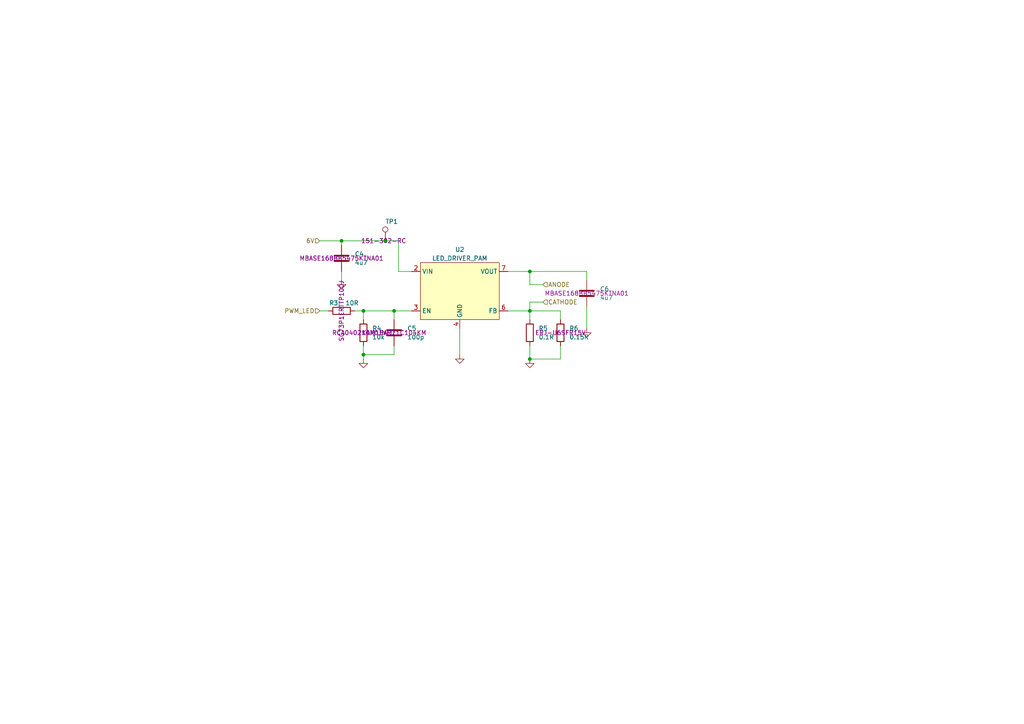
<source format=kicad_sch>
(kicad_sch
	(version 20250114)
	(generator "eeschema")
	(generator_version "9.0")
	(uuid "2cde7ccc-c2da-48dd-b40e-5e6a1b98a44c")
	(paper "A4")
	(lib_symbols
		(symbol "Connector:TestPoint"
			(pin_numbers
				(hide yes)
			)
			(pin_names
				(offset 0.762)
				(hide yes)
			)
			(exclude_from_sim no)
			(in_bom yes)
			(on_board yes)
			(property "Reference" "TP"
				(at 0 6.858 0)
				(effects
					(font
						(size 1.27 1.27)
					)
				)
			)
			(property "Value" "TestPoint"
				(at 0 5.08 0)
				(effects
					(font
						(size 1.27 1.27)
					)
				)
			)
			(property "Footprint" ""
				(at 5.08 0 0)
				(effects
					(font
						(size 1.27 1.27)
					)
					(hide yes)
				)
			)
			(property "Datasheet" "~"
				(at 5.08 0 0)
				(effects
					(font
						(size 1.27 1.27)
					)
					(hide yes)
				)
			)
			(property "Description" "test point"
				(at 0 0 0)
				(effects
					(font
						(size 1.27 1.27)
					)
					(hide yes)
				)
			)
			(property "ki_keywords" "test point tp"
				(at 0 0 0)
				(effects
					(font
						(size 1.27 1.27)
					)
					(hide yes)
				)
			)
			(property "ki_fp_filters" "Pin* Test*"
				(at 0 0 0)
				(effects
					(font
						(size 1.27 1.27)
					)
					(hide yes)
				)
			)
			(symbol "TestPoint_0_1"
				(circle
					(center 0 3.302)
					(radius 0.762)
					(stroke
						(width 0)
						(type default)
					)
					(fill
						(type none)
					)
				)
			)
			(symbol "TestPoint_1_1"
				(pin passive line
					(at 0 0 90)
					(length 2.54)
					(name "1"
						(effects
							(font
								(size 1.27 1.27)
							)
						)
					)
					(number "1"
						(effects
							(font
								(size 1.27 1.27)
							)
						)
					)
				)
			)
			(embedded_fonts no)
		)
		(symbol "Device:C"
			(pin_numbers
				(hide yes)
			)
			(pin_names
				(offset 0.254)
			)
			(exclude_from_sim no)
			(in_bom yes)
			(on_board yes)
			(property "Reference" "C"
				(at 0.635 2.54 0)
				(effects
					(font
						(size 1.27 1.27)
					)
					(justify left)
				)
			)
			(property "Value" "C"
				(at 0.635 -2.54 0)
				(effects
					(font
						(size 1.27 1.27)
					)
					(justify left)
				)
			)
			(property "Footprint" ""
				(at 0.9652 -3.81 0)
				(effects
					(font
						(size 1.27 1.27)
					)
					(hide yes)
				)
			)
			(property "Datasheet" "~"
				(at 0 0 0)
				(effects
					(font
						(size 1.27 1.27)
					)
					(hide yes)
				)
			)
			(property "Description" "Unpolarized capacitor"
				(at 0 0 0)
				(effects
					(font
						(size 1.27 1.27)
					)
					(hide yes)
				)
			)
			(property "ki_keywords" "cap capacitor"
				(at 0 0 0)
				(effects
					(font
						(size 1.27 1.27)
					)
					(hide yes)
				)
			)
			(property "ki_fp_filters" "C_*"
				(at 0 0 0)
				(effects
					(font
						(size 1.27 1.27)
					)
					(hide yes)
				)
			)
			(symbol "C_0_1"
				(polyline
					(pts
						(xy -2.032 0.762) (xy 2.032 0.762)
					)
					(stroke
						(width 0.508)
						(type default)
					)
					(fill
						(type none)
					)
				)
				(polyline
					(pts
						(xy -2.032 -0.762) (xy 2.032 -0.762)
					)
					(stroke
						(width 0.508)
						(type default)
					)
					(fill
						(type none)
					)
				)
			)
			(symbol "C_1_1"
				(pin passive line
					(at 0 3.81 270)
					(length 2.794)
					(name "~"
						(effects
							(font
								(size 1.27 1.27)
							)
						)
					)
					(number "1"
						(effects
							(font
								(size 1.27 1.27)
							)
						)
					)
				)
				(pin passive line
					(at 0 -3.81 90)
					(length 2.794)
					(name "~"
						(effects
							(font
								(size 1.27 1.27)
							)
						)
					)
					(number "2"
						(effects
							(font
								(size 1.27 1.27)
							)
						)
					)
				)
			)
			(embedded_fonts no)
		)
		(symbol "Device:R"
			(pin_numbers
				(hide yes)
			)
			(pin_names
				(offset 0)
			)
			(exclude_from_sim no)
			(in_bom yes)
			(on_board yes)
			(property "Reference" "R"
				(at 2.032 0 90)
				(effects
					(font
						(size 1.27 1.27)
					)
				)
			)
			(property "Value" "R"
				(at 0 0 90)
				(effects
					(font
						(size 1.27 1.27)
					)
				)
			)
			(property "Footprint" ""
				(at -1.778 0 90)
				(effects
					(font
						(size 1.27 1.27)
					)
					(hide yes)
				)
			)
			(property "Datasheet" "~"
				(at 0 0 0)
				(effects
					(font
						(size 1.27 1.27)
					)
					(hide yes)
				)
			)
			(property "Description" "Resistor"
				(at 0 0 0)
				(effects
					(font
						(size 1.27 1.27)
					)
					(hide yes)
				)
			)
			(property "ki_keywords" "R res resistor"
				(at 0 0 0)
				(effects
					(font
						(size 1.27 1.27)
					)
					(hide yes)
				)
			)
			(property "ki_fp_filters" "R_*"
				(at 0 0 0)
				(effects
					(font
						(size 1.27 1.27)
					)
					(hide yes)
				)
			)
			(symbol "R_0_1"
				(rectangle
					(start -1.016 -2.54)
					(end 1.016 2.54)
					(stroke
						(width 0.254)
						(type default)
					)
					(fill
						(type none)
					)
				)
			)
			(symbol "R_1_1"
				(pin passive line
					(at 0 3.81 270)
					(length 1.27)
					(name "~"
						(effects
							(font
								(size 1.27 1.27)
							)
						)
					)
					(number "1"
						(effects
							(font
								(size 1.27 1.27)
							)
						)
					)
				)
				(pin passive line
					(at 0 -3.81 90)
					(length 1.27)
					(name "~"
						(effects
							(font
								(size 1.27 1.27)
							)
						)
					)
					(number "2"
						(effects
							(font
								(size 1.27 1.27)
							)
						)
					)
				)
			)
			(embedded_fonts no)
		)
		(symbol "Smart_helmet:LED_Driver"
			(exclude_from_sim no)
			(in_bom yes)
			(on_board yes)
			(property "Reference" "U"
				(at 9.398 10.668 0)
				(effects
					(font
						(size 1.27 1.27)
					)
				)
			)
			(property "Value" ""
				(at 0 0 0)
				(effects
					(font
						(size 1.27 1.27)
					)
				)
			)
			(property "Footprint" ""
				(at 0 0 0)
				(effects
					(font
						(size 1.27 1.27)
					)
					(hide yes)
				)
			)
			(property "Datasheet" ""
				(at 0 0 0)
				(effects
					(font
						(size 1.27 1.27)
					)
					(hide yes)
				)
			)
			(property "Description" ""
				(at 0 0 0)
				(effects
					(font
						(size 1.27 1.27)
					)
					(hide yes)
				)
			)
			(symbol "LED_Driver_1_1"
				(rectangle
					(start -11.43 8.89)
					(end 11.43 -7.62)
					(stroke
						(width 0)
						(type default)
					)
					(fill
						(type background)
					)
				)
				(pin input line
					(at -13.97 6.35 0)
					(length 2.54)
					(name "VIN"
						(effects
							(font
								(size 1.27 1.27)
							)
						)
					)
					(number "2"
						(effects
							(font
								(size 1.27 1.27)
							)
						)
					)
				)
				(pin input line
					(at -13.97 -5.08 0)
					(length 2.54)
					(name "EN"
						(effects
							(font
								(size 1.27 1.27)
							)
						)
					)
					(number "3"
						(effects
							(font
								(size 1.27 1.27)
							)
						)
					)
				)
				(pin input line
					(at 0 -10.16 90)
					(length 2.54)
					(name "GND"
						(effects
							(font
								(size 1.27 1.27)
							)
						)
					)
					(number "4"
						(effects
							(font
								(size 1.27 1.27)
							)
						)
					)
				)
				(pin input line
					(at 13.97 6.35 180)
					(length 2.54)
					(name "VOUT"
						(effects
							(font
								(size 1.27 1.27)
							)
						)
					)
					(number "7"
						(effects
							(font
								(size 1.27 1.27)
							)
						)
					)
				)
				(pin input line
					(at 13.97 -5.08 180)
					(length 2.54)
					(name "FB"
						(effects
							(font
								(size 1.27 1.27)
							)
						)
					)
					(number "6"
						(effects
							(font
								(size 1.27 1.27)
							)
						)
					)
				)
			)
			(embedded_fonts no)
		)
		(symbol "power:GND"
			(power)
			(pin_numbers
				(hide yes)
			)
			(pin_names
				(offset 0)
				(hide yes)
			)
			(exclude_from_sim no)
			(in_bom yes)
			(on_board yes)
			(property "Reference" "#PWR"
				(at 0 -6.35 0)
				(effects
					(font
						(size 1.27 1.27)
					)
					(hide yes)
				)
			)
			(property "Value" "GND"
				(at 0 -3.81 0)
				(effects
					(font
						(size 1.27 1.27)
					)
				)
			)
			(property "Footprint" ""
				(at 0 0 0)
				(effects
					(font
						(size 1.27 1.27)
					)
					(hide yes)
				)
			)
			(property "Datasheet" ""
				(at 0 0 0)
				(effects
					(font
						(size 1.27 1.27)
					)
					(hide yes)
				)
			)
			(property "Description" "Power symbol creates a global label with name \"GND\" , ground"
				(at 0 0 0)
				(effects
					(font
						(size 1.27 1.27)
					)
					(hide yes)
				)
			)
			(property "ki_keywords" "global power"
				(at 0 0 0)
				(effects
					(font
						(size 1.27 1.27)
					)
					(hide yes)
				)
			)
			(symbol "GND_0_1"
				(polyline
					(pts
						(xy 0 0) (xy 0 -1.27) (xy 1.27 -1.27) (xy 0 -2.54) (xy -1.27 -1.27) (xy 0 -1.27)
					)
					(stroke
						(width 0)
						(type default)
					)
					(fill
						(type none)
					)
				)
			)
			(symbol "GND_1_1"
				(pin power_in line
					(at 0 0 270)
					(length 0)
					(name "~"
						(effects
							(font
								(size 1.27 1.27)
							)
						)
					)
					(number "1"
						(effects
							(font
								(size 1.27 1.27)
							)
						)
					)
				)
			)
			(embedded_fonts no)
		)
	)
	(junction
		(at 153.67 104.14)
		(diameter 0)
		(color 0 0 0 0)
		(uuid "3bfef2ce-a950-409e-baf7-de96bec4a394")
	)
	(junction
		(at 114.3 90.17)
		(diameter 0)
		(color 0 0 0 0)
		(uuid "6807825f-3f1f-4852-9d85-e1ca3f4f6ab6")
	)
	(junction
		(at 153.67 78.74)
		(diameter 0)
		(color 0 0 0 0)
		(uuid "84e6cf54-395e-4664-afdc-9d9281ade622")
	)
	(junction
		(at 105.41 102.87)
		(diameter 0)
		(color 0 0 0 0)
		(uuid "99a95bcd-ad44-46ea-851e-4caaa242a76e")
	)
	(junction
		(at 99.06 69.85)
		(diameter 0)
		(color 0 0 0 0)
		(uuid "a01d723e-2d31-4160-ad83-8d03596fd9a2")
	)
	(junction
		(at 105.41 90.17)
		(diameter 0)
		(color 0 0 0 0)
		(uuid "c1e552f0-6267-46a5-aad5-bc6fc6786cd2")
	)
	(junction
		(at 153.67 90.17)
		(diameter 0)
		(color 0 0 0 0)
		(uuid "c21845c8-552d-49bc-852f-7bfb5e7ad821")
	)
	(junction
		(at 111.76 69.85)
		(diameter 0)
		(color 0 0 0 0)
		(uuid "d6a10f6b-72b7-4c77-bec4-cfacf9bd8128")
	)
	(wire
		(pts
			(xy 162.56 92.71) (xy 162.56 90.17)
		)
		(stroke
			(width 0)
			(type default)
		)
		(uuid "02652865-e979-450f-ad53-a489eccc83ff")
	)
	(wire
		(pts
			(xy 153.67 87.63) (xy 157.48 87.63)
		)
		(stroke
			(width 0)
			(type default)
		)
		(uuid "042b5430-bfe6-404c-b81f-2a481e6b5dc8")
	)
	(wire
		(pts
			(xy 157.48 82.55) (xy 153.67 82.55)
		)
		(stroke
			(width 0)
			(type default)
		)
		(uuid "08082a63-e331-48f3-9656-65cc5e92b2bc")
	)
	(wire
		(pts
			(xy 114.3 100.33) (xy 114.3 102.87)
		)
		(stroke
			(width 0)
			(type default)
		)
		(uuid "0c416736-2a38-475f-abdc-68973fe50e14")
	)
	(wire
		(pts
			(xy 153.67 78.74) (xy 147.32 78.74)
		)
		(stroke
			(width 0)
			(type default)
		)
		(uuid "0e648cf2-5b17-4c85-a04a-5b907f9c2dac")
	)
	(wire
		(pts
			(xy 162.56 100.33) (xy 162.56 104.14)
		)
		(stroke
			(width 0)
			(type default)
		)
		(uuid "0efc3ce3-404e-4518-bbbd-dec2969b13ed")
	)
	(wire
		(pts
			(xy 105.41 90.17) (xy 105.41 92.71)
		)
		(stroke
			(width 0)
			(type default)
		)
		(uuid "16da6ab7-8d13-4e92-96c4-107d56304416")
	)
	(wire
		(pts
			(xy 153.67 78.74) (xy 153.67 82.55)
		)
		(stroke
			(width 0)
			(type default)
		)
		(uuid "1973156a-9c72-4872-889f-a8ce1e5c9e3d")
	)
	(wire
		(pts
			(xy 105.41 102.87) (xy 105.41 104.14)
		)
		(stroke
			(width 0)
			(type default)
		)
		(uuid "1ee9a1a7-b7c9-4dd7-bfd4-377a338aa446")
	)
	(wire
		(pts
			(xy 99.06 78.74) (xy 99.06 81.28)
		)
		(stroke
			(width 0)
			(type default)
		)
		(uuid "23d28be9-df95-42e2-9f7d-384f19428924")
	)
	(wire
		(pts
			(xy 170.18 88.9) (xy 170.18 95.25)
		)
		(stroke
			(width 0)
			(type default)
		)
		(uuid "27ba8dc1-8a67-4fa8-a76d-c5a143e7f4a0")
	)
	(wire
		(pts
			(xy 102.87 90.17) (xy 105.41 90.17)
		)
		(stroke
			(width 0)
			(type default)
		)
		(uuid "2d77d0e0-69c3-4de5-89b9-49e07acc3da4")
	)
	(wire
		(pts
			(xy 92.71 69.85) (xy 99.06 69.85)
		)
		(stroke
			(width 0)
			(type default)
		)
		(uuid "2e629308-7e93-4be5-9ccf-5301678d0bb6")
	)
	(wire
		(pts
			(xy 99.06 69.85) (xy 99.06 71.12)
		)
		(stroke
			(width 0)
			(type default)
		)
		(uuid "2ed7542a-8540-469e-a0af-f2ccc02da2d7")
	)
	(wire
		(pts
			(xy 119.38 78.74) (xy 115.57 78.74)
		)
		(stroke
			(width 0)
			(type default)
		)
		(uuid "414fbb2a-f391-4759-86f6-371d7def3858")
	)
	(wire
		(pts
			(xy 153.67 87.63) (xy 153.67 90.17)
		)
		(stroke
			(width 0)
			(type default)
		)
		(uuid "4518780b-ef7a-4835-8d8c-551dea68ca4c")
	)
	(wire
		(pts
			(xy 114.3 102.87) (xy 105.41 102.87)
		)
		(stroke
			(width 0)
			(type default)
		)
		(uuid "5b9f165c-438e-4712-a066-1ab4b5e44b37")
	)
	(wire
		(pts
			(xy 111.76 69.85) (xy 99.06 69.85)
		)
		(stroke
			(width 0)
			(type default)
		)
		(uuid "5c1b0ab3-9231-4392-8119-8691f8a9616a")
	)
	(wire
		(pts
			(xy 105.41 100.33) (xy 105.41 102.87)
		)
		(stroke
			(width 0)
			(type default)
		)
		(uuid "5c53e37e-9d77-44d1-b130-ab596517e885")
	)
	(wire
		(pts
			(xy 162.56 104.14) (xy 153.67 104.14)
		)
		(stroke
			(width 0)
			(type default)
		)
		(uuid "5f748969-533d-43ad-b089-ee144b231745")
	)
	(wire
		(pts
			(xy 92.71 90.17) (xy 95.25 90.17)
		)
		(stroke
			(width 0)
			(type default)
		)
		(uuid "73a4e3ad-c0c0-4b17-990e-6aeeba19e769")
	)
	(wire
		(pts
			(xy 153.67 90.17) (xy 153.67 92.71)
		)
		(stroke
			(width 0)
			(type default)
		)
		(uuid "77e9cba9-b3c2-46fe-9f15-52e93f6ea609")
	)
	(wire
		(pts
			(xy 115.57 69.85) (xy 111.76 69.85)
		)
		(stroke
			(width 0)
			(type default)
		)
		(uuid "7f785fd8-5b2c-4eb2-a926-edb50a849782")
	)
	(wire
		(pts
			(xy 105.41 90.17) (xy 114.3 90.17)
		)
		(stroke
			(width 0)
			(type default)
		)
		(uuid "827c4060-2bb7-44d9-be5f-b0d711d1fd5b")
	)
	(wire
		(pts
			(xy 133.35 95.25) (xy 133.35 102.87)
		)
		(stroke
			(width 0)
			(type default)
		)
		(uuid "84bfb79a-5fcb-433d-8348-cc6cfc8ea9e5")
	)
	(wire
		(pts
			(xy 147.32 90.17) (xy 153.67 90.17)
		)
		(stroke
			(width 0)
			(type default)
		)
		(uuid "9064197c-c26a-48b5-9140-278829e83303")
	)
	(wire
		(pts
			(xy 170.18 81.28) (xy 170.18 78.74)
		)
		(stroke
			(width 0)
			(type default)
		)
		(uuid "ab49f8e6-86fb-4a5c-914d-8b55cdb5b715")
	)
	(wire
		(pts
			(xy 114.3 90.17) (xy 119.38 90.17)
		)
		(stroke
			(width 0)
			(type default)
		)
		(uuid "c2d67eb5-5fb5-41a7-8d5e-75eb5787beed")
	)
	(wire
		(pts
			(xy 153.67 78.74) (xy 170.18 78.74)
		)
		(stroke
			(width 0)
			(type default)
		)
		(uuid "c713544d-c529-4f89-8df6-c7b1f29acfce")
	)
	(wire
		(pts
			(xy 114.3 92.71) (xy 114.3 90.17)
		)
		(stroke
			(width 0)
			(type default)
		)
		(uuid "dc2dbb9a-091e-4e05-b25a-64a64a991d48")
	)
	(wire
		(pts
			(xy 153.67 100.33) (xy 153.67 104.14)
		)
		(stroke
			(width 0)
			(type default)
		)
		(uuid "e54a4135-cffe-494e-a7a6-c2e5e0c00b05")
	)
	(wire
		(pts
			(xy 115.57 78.74) (xy 115.57 69.85)
		)
		(stroke
			(width 0)
			(type default)
		)
		(uuid "e7aab6b4-1e6b-4523-9915-c867762e2271")
	)
	(wire
		(pts
			(xy 162.56 90.17) (xy 153.67 90.17)
		)
		(stroke
			(width 0)
			(type default)
		)
		(uuid "fdc47ae8-5bbb-4157-888e-3396c4f4808c")
	)
	(hierarchical_label "ANODE"
		(shape input)
		(at 157.48 82.55 0)
		(effects
			(font
				(size 1.27 1.27)
			)
			(justify left)
		)
		(uuid "178d4042-4f6a-47e6-8d67-9c2f9d1c8152")
	)
	(hierarchical_label "PWM_LED"
		(shape input)
		(at 92.71 90.17 180)
		(effects
			(font
				(size 1.27 1.27)
			)
			(justify right)
		)
		(uuid "392f6b16-9b97-41a0-a4a2-e16a8ceadf38")
	)
	(hierarchical_label "6V"
		(shape input)
		(at 92.71 69.85 180)
		(effects
			(font
				(size 1.27 1.27)
			)
			(justify right)
		)
		(uuid "81d74e93-e015-40d5-b236-02dc682388b3")
	)
	(hierarchical_label "CATHODE"
		(shape input)
		(at 157.48 87.63 0)
		(effects
			(font
				(size 1.27 1.27)
			)
			(justify left)
		)
		(uuid "cc4272aa-0d29-4108-a3e7-923ddb8d1267")
	)
	(symbol
		(lib_id "Device:R")
		(at 162.56 96.52 0)
		(unit 1)
		(exclude_from_sim no)
		(in_bom yes)
		(on_board yes)
		(dnp no)
		(fields_autoplaced yes)
		(uuid "0fb8b6c1-196a-44a1-b210-66811249cb60")
		(property "Reference" "R6"
			(at 165.1 95.2499 0)
			(effects
				(font
					(size 1.27 1.27)
				)
				(justify left)
			)
		)
		(property "Value" "0.15R"
			(at 165.1 97.7899 0)
			(effects
				(font
					(size 1.27 1.27)
				)
				(justify left)
			)
		)
		(property "Footprint" "Resistor_SMD:R_0805_2012Metric_Pad1.20x1.40mm_HandSolder"
			(at 160.782 96.52 90)
			(effects
				(font
					(size 1.27 1.27)
				)
				(hide yes)
			)
		)
		(property "Datasheet" "https://eu.mouser.com/ProductDetail/Royalohm/0402WGF150LTCE?qs=e8oIoAS2J1R58ZMQ9%252BsZaA%3D%3D"
			(at 162.56 96.52 0)
			(effects
				(font
					(size 1.27 1.27)
				)
				(hide yes)
			)
		)
		(property "Description" "Resistor"
			(at 162.56 96.52 0)
			(effects
				(font
					(size 1.27 1.27)
				)
				(hide yes)
			)
		)
		(property "Manufacturer_Part_Number" "ERJ-U6SFR15V"
			(at 162.56 96.52 0)
			(effects
				(font
					(size 1.27 1.27)
				)
			)
		)
		(pin "1"
			(uuid "65a1bb0c-aa29-47f7-b5a0-c4309e6847b2")
		)
		(pin "2"
			(uuid "5d5c8a8d-b646-44e6-a2a8-c1e780ab05d3")
		)
		(instances
			(project "pcb_front"
				(path "/7f96c659-7623-4641-9656-bc143c7b2776/58fe796e-3eea-4594-b207-ad89cb63050b"
					(reference "R6")
					(unit 1)
				)
			)
		)
	)
	(symbol
		(lib_id "Device:R")
		(at 105.41 96.52 0)
		(unit 1)
		(exclude_from_sim no)
		(in_bom yes)
		(on_board yes)
		(dnp no)
		(fields_autoplaced yes)
		(uuid "29cba98a-71b1-47b2-bfd8-4943a81a1e9c")
		(property "Reference" "R4"
			(at 107.95 95.2499 0)
			(effects
				(font
					(size 1.27 1.27)
				)
				(justify left)
			)
		)
		(property "Value" "10k"
			(at 107.95 97.7899 0)
			(effects
				(font
					(size 1.27 1.27)
				)
				(justify left)
			)
		)
		(property "Footprint" "Resistor_SMD:R_0402_1005Metric_Pad0.72x0.64mm_HandSolder"
			(at 103.632 96.52 90)
			(effects
				(font
					(size 1.27 1.27)
				)
				(hide yes)
			)
		)
		(property "Datasheet" "https://eu.mouser.com/ProductDetail/Vishay-Draloric/RCA040210K0JNED?qs=sGAEpiMZZMvdGkrng054t3u7mv9ahJp4lh3uFurN0Nk%3D"
			(at 105.41 96.52 0)
			(effects
				(font
					(size 1.27 1.27)
				)
				(hide yes)
			)
		)
		(property "Description" "Resistor"
			(at 105.41 96.52 0)
			(effects
				(font
					(size 1.27 1.27)
				)
				(hide yes)
			)
		)
		(property "Manufacturer_Part_Number" "RCA040210K0JNED"
			(at 105.41 96.52 0)
			(effects
				(font
					(size 1.27 1.27)
				)
			)
		)
		(pin "1"
			(uuid "4337f958-55a3-4847-85a7-4653285f9aa7")
		)
		(pin "2"
			(uuid "11797bc8-36b8-4324-afa7-f36253b8c2e8")
		)
		(instances
			(project "Smart_helmet_BUIFER"
				(path "/7f96c659-7623-4641-9656-bc143c7b2776/58fe796e-3eea-4594-b207-ad89cb63050b"
					(reference "R4")
					(unit 1)
				)
			)
			(project "Smart_helmet_BUIFER"
				(path "/e950c836-2ece-4891-a061-955f7c5826a5/4c869077-c3e9-4198-8f88-ae4084fbefe9"
					(reference "R?")
					(unit 1)
				)
			)
		)
	)
	(symbol
		(lib_id "power:GND")
		(at 99.06 81.28 0)
		(unit 1)
		(exclude_from_sim no)
		(in_bom yes)
		(on_board yes)
		(dnp no)
		(fields_autoplaced yes)
		(uuid "58ac062a-901c-4a76-a9b4-24f5af01cb48")
		(property "Reference" "#PWR05"
			(at 99.06 87.63 0)
			(effects
				(font
					(size 1.27 1.27)
				)
				(hide yes)
			)
		)
		(property "Value" "GND"
			(at 99.06 86.36 0)
			(effects
				(font
					(size 1.27 1.27)
				)
				(hide yes)
			)
		)
		(property "Footprint" ""
			(at 99.06 81.28 0)
			(effects
				(font
					(size 1.27 1.27)
				)
				(hide yes)
			)
		)
		(property "Datasheet" ""
			(at 99.06 81.28 0)
			(effects
				(font
					(size 1.27 1.27)
				)
				(hide yes)
			)
		)
		(property "Description" "Power symbol creates a global label with name \"GND\" , ground"
			(at 99.06 81.28 0)
			(effects
				(font
					(size 1.27 1.27)
				)
				(hide yes)
			)
		)
		(pin "1"
			(uuid "204c4a62-30b2-458c-8ed7-a2222cdf2b98")
		)
		(instances
			(project "Smart_helmet_BUIFER"
				(path "/7f96c659-7623-4641-9656-bc143c7b2776/58fe796e-3eea-4594-b207-ad89cb63050b"
					(reference "#PWR05")
					(unit 1)
				)
			)
			(project "Smart_helmet_BUIFER"
				(path "/e950c836-2ece-4891-a061-955f7c5826a5/4c869077-c3e9-4198-8f88-ae4084fbefe9"
					(reference "#PWR?")
					(unit 1)
				)
			)
		)
	)
	(symbol
		(lib_id "power:GND")
		(at 170.18 95.25 0)
		(unit 1)
		(exclude_from_sim no)
		(in_bom yes)
		(on_board yes)
		(dnp no)
		(fields_autoplaced yes)
		(uuid "60f9ff47-cf73-49b4-8d55-810972dadb40")
		(property "Reference" "#PWR09"
			(at 170.18 101.6 0)
			(effects
				(font
					(size 1.27 1.27)
				)
				(hide yes)
			)
		)
		(property "Value" "GND"
			(at 170.18 100.33 0)
			(effects
				(font
					(size 1.27 1.27)
				)
				(hide yes)
			)
		)
		(property "Footprint" ""
			(at 170.18 95.25 0)
			(effects
				(font
					(size 1.27 1.27)
				)
				(hide yes)
			)
		)
		(property "Datasheet" ""
			(at 170.18 95.25 0)
			(effects
				(font
					(size 1.27 1.27)
				)
				(hide yes)
			)
		)
		(property "Description" "Power symbol creates a global label with name \"GND\" , ground"
			(at 170.18 95.25 0)
			(effects
				(font
					(size 1.27 1.27)
				)
				(hide yes)
			)
		)
		(pin "1"
			(uuid "71a88f21-618b-49d5-8d3f-e48d23dc55f1")
		)
		(instances
			(project "Smart_helmet_BUIFER"
				(path "/7f96c659-7623-4641-9656-bc143c7b2776/58fe796e-3eea-4594-b207-ad89cb63050b"
					(reference "#PWR09")
					(unit 1)
				)
			)
			(project "Smart_helmet_BUIFER"
				(path "/e950c836-2ece-4891-a061-955f7c5826a5/4c869077-c3e9-4198-8f88-ae4084fbefe9"
					(reference "#PWR?")
					(unit 1)
				)
			)
		)
	)
	(symbol
		(lib_id "Device:C")
		(at 170.18 85.09 0)
		(unit 1)
		(exclude_from_sim no)
		(in_bom yes)
		(on_board yes)
		(dnp no)
		(fields_autoplaced yes)
		(uuid "758150d1-bdad-4ef1-9ec6-f62354a117bd")
		(property "Reference" "C6"
			(at 173.99 83.8199 0)
			(effects
				(font
					(size 1.27 1.27)
				)
				(justify left)
			)
		)
		(property "Value" "4u7"
			(at 173.99 86.3599 0)
			(effects
				(font
					(size 1.27 1.27)
				)
				(justify left)
			)
		)
		(property "Footprint" "Capacitor_SMD:C_0603_1608Metric_Pad1.08x0.95mm_HandSolder"
			(at 171.1452 88.9 0)
			(effects
				(font
					(size 1.27 1.27)
				)
				(hide yes)
			)
		)
		(property "Datasheet" "https://eu.mouser.com/ProductDetail/TAIYO-YUDEN/MBASE168BB5475KTNA01?qs=tlsG%2FOw5FFg9NCsz%2FW4ZpA%3D%3D"
			(at 170.18 85.09 0)
			(effects
				(font
					(size 1.27 1.27)
				)
				(hide yes)
			)
		)
		(property "Description" "Unpolarized capacitor"
			(at 170.18 85.09 0)
			(effects
				(font
					(size 1.27 1.27)
				)
				(hide yes)
			)
		)
		(property "Manufacturer_Part_Number" "MBASE168BB5475KTNA01"
			(at 170.18 85.09 0)
			(effects
				(font
					(size 1.27 1.27)
				)
			)
		)
		(pin "2"
			(uuid "eebddd02-e0e9-4aaa-b39a-f6e0634d3f49")
		)
		(pin "1"
			(uuid "0d80bbed-0c41-4fbc-a460-1df8892c0b0f")
		)
		(instances
			(project "Smart_helmet_BUIFER"
				(path "/7f96c659-7623-4641-9656-bc143c7b2776/58fe796e-3eea-4594-b207-ad89cb63050b"
					(reference "C6")
					(unit 1)
				)
			)
			(project "Smart_helmet_BUIFER"
				(path "/e950c836-2ece-4891-a061-955f7c5826a5/4c869077-c3e9-4198-8f88-ae4084fbefe9"
					(reference "C?")
					(unit 1)
				)
			)
		)
	)
	(symbol
		(lib_id "Smart_helmet:LED_Driver")
		(at 133.35 85.09 0)
		(unit 1)
		(exclude_from_sim no)
		(in_bom yes)
		(on_board yes)
		(dnp no)
		(fields_autoplaced yes)
		(uuid "7bd1b576-6b7c-402b-941d-7a5070a87fcc")
		(property "Reference" "U2"
			(at 133.35 72.39 0)
			(effects
				(font
					(size 1.27 1.27)
				)
			)
		)
		(property "Value" "LED_DRIVER_PAM"
			(at 133.35 74.93 0)
			(effects
				(font
					(size 1.27 1.27)
				)
			)
		)
		(property "Footprint" "Package_SO:Diodes_SO-8EP"
			(at 133.35 85.09 0)
			(effects
				(font
					(size 1.27 1.27)
				)
				(hide yes)
			)
		)
		(property "Datasheet" "https://eu.mouser.com/ProductDetail/Diodes-Incorporated/PAM2808BLBR?qs=pYVYkI7xuRXNuepg48hNKg%3D%3D"
			(at 133.35 85.09 0)
			(effects
				(font
					(size 1.27 1.27)
				)
				(hide yes)
			)
		)
		(property "Description" ""
			(at 133.35 85.09 0)
			(effects
				(font
					(size 1.27 1.27)
				)
				(hide yes)
			)
		)
		(pin "6"
			(uuid "34be6221-41f6-438c-adc1-765fbfc5a8e5")
		)
		(pin "4"
			(uuid "ed1a618b-8335-46e7-8c76-fc9ffe4f4617")
		)
		(pin "2"
			(uuid "4e94e606-0fe1-489e-bb91-c13c36b5c57d")
		)
		(pin "7"
			(uuid "c2b8e42a-fb2e-42e2-9694-50efa6303ef6")
		)
		(pin "3"
			(uuid "fbfad015-2bdc-4338-b94a-fdb9b336fc50")
		)
		(instances
			(project ""
				(path "/7f96c659-7623-4641-9656-bc143c7b2776/58fe796e-3eea-4594-b207-ad89cb63050b"
					(reference "U2")
					(unit 1)
				)
			)
			(project ""
				(path "/e950c836-2ece-4891-a061-955f7c5826a5/4c869077-c3e9-4198-8f88-ae4084fbefe9"
					(reference "U?")
					(unit 1)
				)
			)
		)
	)
	(symbol
		(lib_id "Device:C")
		(at 99.06 74.93 0)
		(unit 1)
		(exclude_from_sim no)
		(in_bom yes)
		(on_board yes)
		(dnp no)
		(fields_autoplaced yes)
		(uuid "88f0b328-404b-4796-8b8f-e94304d04965")
		(property "Reference" "C4"
			(at 102.87 73.6599 0)
			(effects
				(font
					(size 1.27 1.27)
				)
				(justify left)
			)
		)
		(property "Value" "4u7"
			(at 102.87 76.1999 0)
			(effects
				(font
					(size 1.27 1.27)
				)
				(justify left)
			)
		)
		(property "Footprint" "Capacitor_SMD:C_0603_1608Metric_Pad1.08x0.95mm_HandSolder"
			(at 100.0252 78.74 0)
			(effects
				(font
					(size 1.27 1.27)
				)
				(hide yes)
			)
		)
		(property "Datasheet" "https://eu.mouser.com/ProductDetail/TAIYO-YUDEN/MBASE168BB5475KTNA01?qs=tlsG%2FOw5FFg9NCsz%2FW4ZpA%3D%3D"
			(at 99.06 74.93 0)
			(effects
				(font
					(size 1.27 1.27)
				)
				(hide yes)
			)
		)
		(property "Description" "Unpolarized capacitor"
			(at 99.06 74.93 0)
			(effects
				(font
					(size 1.27 1.27)
				)
				(hide yes)
			)
		)
		(property "Manufacturer_Part_Number" "MBASE168BB5475KTNA01"
			(at 99.06 74.93 0)
			(effects
				(font
					(size 1.27 1.27)
				)
			)
		)
		(pin "2"
			(uuid "9252c1c6-1413-41cf-8381-18a7f5d072c4")
		)
		(pin "1"
			(uuid "ee7105a4-e18f-41de-a62b-708c623bbf1c")
		)
		(instances
			(project ""
				(path "/7f96c659-7623-4641-9656-bc143c7b2776/58fe796e-3eea-4594-b207-ad89cb63050b"
					(reference "C4")
					(unit 1)
				)
			)
			(project ""
				(path "/e950c836-2ece-4891-a061-955f7c5826a5/4c869077-c3e9-4198-8f88-ae4084fbefe9"
					(reference "C?")
					(unit 1)
				)
			)
		)
	)
	(symbol
		(lib_id "Device:R")
		(at 99.06 90.17 90)
		(unit 1)
		(exclude_from_sim no)
		(in_bom yes)
		(on_board yes)
		(dnp no)
		(uuid "8c80aae0-7c89-4ba4-8219-3895cbb761ce")
		(property "Reference" "R3"
			(at 96.774 87.884 90)
			(effects
				(font
					(size 1.27 1.27)
				)
			)
		)
		(property "Value" "10R"
			(at 102.108 87.884 90)
			(effects
				(font
					(size 1.27 1.27)
				)
			)
		)
		(property "Footprint" "Resistor_SMD:R_0402_1005Metric_Pad0.72x0.64mm_HandSolder"
			(at 99.06 91.948 90)
			(effects
				(font
					(size 1.27 1.27)
				)
				(hide yes)
			)
		)
		(property "Datasheet" "https://eu.mouser.com/ProductDetail/KOA-Speer/SG73P1ERTTP100J?qs=sGAEpiMZZMvdGkrng054t%252BqelxwAikOG7DVF5zE36G3LtVpKizEoHw%3D%3D"
			(at 99.06 90.17 0)
			(effects
				(font
					(size 1.27 1.27)
				)
				(hide yes)
			)
		)
		(property "Description" "Resistor"
			(at 99.06 90.17 0)
			(effects
				(font
					(size 1.27 1.27)
				)
				(hide yes)
			)
		)
		(property "Manufacturer_Part_Number" "SG73P1ERTTP100J"
			(at 99.06 90.17 0)
			(effects
				(font
					(size 1.27 1.27)
				)
			)
		)
		(pin "1"
			(uuid "aff5c398-3d3b-4f1e-b0ee-fd38c07e0517")
		)
		(pin "2"
			(uuid "4a148d29-9c33-485e-b5fa-bfd08eed1db4")
		)
		(instances
			(project ""
				(path "/7f96c659-7623-4641-9656-bc143c7b2776/58fe796e-3eea-4594-b207-ad89cb63050b"
					(reference "R3")
					(unit 1)
				)
			)
			(project ""
				(path "/e950c836-2ece-4891-a061-955f7c5826a5/4c869077-c3e9-4198-8f88-ae4084fbefe9"
					(reference "R?")
					(unit 1)
				)
			)
		)
	)
	(symbol
		(lib_id "Device:C")
		(at 114.3 96.52 0)
		(unit 1)
		(exclude_from_sim no)
		(in_bom yes)
		(on_board yes)
		(dnp no)
		(fields_autoplaced yes)
		(uuid "8f955f70-af96-4fdb-a055-e4588e33dbb6")
		(property "Reference" "C5"
			(at 118.11 95.2499 0)
			(effects
				(font
					(size 1.27 1.27)
				)
				(justify left)
			)
		)
		(property "Value" "100p"
			(at 118.11 97.7899 0)
			(effects
				(font
					(size 1.27 1.27)
				)
				(justify left)
			)
		)
		(property "Footprint" "Capacitor_SMD:C_0603_1608Metric_Pad1.08x0.95mm_HandSolder"
			(at 115.2652 100.33 0)
			(effects
				(font
					(size 1.27 1.27)
				)
				(hide yes)
			)
		)
		(property "Datasheet" "https://eu.mouser.com/ProductDetail/KYOCERA-AVX/KAM15AR71C104KM?qs=Jm2GQyTW%2FbjvjfiJhcHTCg%3D%3D"
			(at 114.3 96.52 0)
			(effects
				(font
					(size 1.27 1.27)
				)
				(hide yes)
			)
		)
		(property "Description" "Unpolarized capacitor"
			(at 114.3 96.52 0)
			(effects
				(font
					(size 1.27 1.27)
				)
				(hide yes)
			)
		)
		(property "Manufacturer_Part_Number" "KAM15AR71C104KM"
			(at 114.3 96.52 0)
			(effects
				(font
					(size 1.27 1.27)
				)
			)
		)
		(pin "2"
			(uuid "b3db7df4-cd27-4e60-ba93-a285d4e353ad")
		)
		(pin "1"
			(uuid "9454c29e-d23f-422c-8080-faff68c152c5")
		)
		(instances
			(project "Smart_helmet_BUIFER"
				(path "/7f96c659-7623-4641-9656-bc143c7b2776/58fe796e-3eea-4594-b207-ad89cb63050b"
					(reference "C5")
					(unit 1)
				)
			)
			(project "Smart_helmet_BUIFER"
				(path "/e950c836-2ece-4891-a061-955f7c5826a5/4c869077-c3e9-4198-8f88-ae4084fbefe9"
					(reference "C?")
					(unit 1)
				)
			)
		)
	)
	(symbol
		(lib_id "power:GND")
		(at 133.35 102.87 0)
		(unit 1)
		(exclude_from_sim no)
		(in_bom yes)
		(on_board yes)
		(dnp no)
		(fields_autoplaced yes)
		(uuid "947868c4-e7a0-4d37-bf14-aa25d9d92f71")
		(property "Reference" "#PWR07"
			(at 133.35 109.22 0)
			(effects
				(font
					(size 1.27 1.27)
				)
				(hide yes)
			)
		)
		(property "Value" "GND"
			(at 133.35 107.95 0)
			(effects
				(font
					(size 1.27 1.27)
				)
				(hide yes)
			)
		)
		(property "Footprint" ""
			(at 133.35 102.87 0)
			(effects
				(font
					(size 1.27 1.27)
				)
				(hide yes)
			)
		)
		(property "Datasheet" ""
			(at 133.35 102.87 0)
			(effects
				(font
					(size 1.27 1.27)
				)
				(hide yes)
			)
		)
		(property "Description" "Power symbol creates a global label with name \"GND\" , ground"
			(at 133.35 102.87 0)
			(effects
				(font
					(size 1.27 1.27)
				)
				(hide yes)
			)
		)
		(pin "1"
			(uuid "f0383500-9315-4963-aa1c-22ba96e6a64c")
		)
		(instances
			(project "Smart_helmet_BUIFER"
				(path "/7f96c659-7623-4641-9656-bc143c7b2776/58fe796e-3eea-4594-b207-ad89cb63050b"
					(reference "#PWR07")
					(unit 1)
				)
			)
			(project "Smart_helmet_BUIFER"
				(path "/e950c836-2ece-4891-a061-955f7c5826a5/4c869077-c3e9-4198-8f88-ae4084fbefe9"
					(reference "#PWR?")
					(unit 1)
				)
			)
		)
	)
	(symbol
		(lib_id "Connector:TestPoint")
		(at 111.76 69.85 0)
		(unit 1)
		(exclude_from_sim no)
		(in_bom yes)
		(on_board yes)
		(dnp no)
		(uuid "a20bfae7-8c97-4c86-8797-227ef5ef9c55")
		(property "Reference" "TP1"
			(at 111.76 64.262 0)
			(effects
				(font
					(size 1.27 1.27)
				)
				(justify left)
			)
		)
		(property "Value" "TestPoint"
			(at 114.3 67.8179 0)
			(effects
				(font
					(size 1.27 1.27)
				)
				(justify left)
				(hide yes)
			)
		)
		(property "Footprint" "TestPoint:TestPoint_Loop_D2.54mm_Drill1.5mm_Beaded"
			(at 116.84 69.85 0)
			(effects
				(font
					(size 1.27 1.27)
				)
				(hide yes)
			)
		)
		(property "Datasheet" "https://eu.mouser.com/ProductDetail/Kobiconn/151-302-RC?qs=guffi6kDr199CKgFsaaA1g%3D%3D"
			(at 116.84 69.85 0)
			(effects
				(font
					(size 1.27 1.27)
				)
				(hide yes)
			)
		)
		(property "Description" "test point"
			(at 111.76 69.85 0)
			(effects
				(font
					(size 1.27 1.27)
				)
				(hide yes)
			)
		)
		(property "Manufacturer_Part_Number" "151-302-RC "
			(at 111.76 69.85 0)
			(effects
				(font
					(size 1.27 1.27)
				)
			)
		)
		(pin "1"
			(uuid "977eaf56-2df8-499a-bd75-d3c0ebb5998b")
		)
		(instances
			(project ""
				(path "/7f96c659-7623-4641-9656-bc143c7b2776/58fe796e-3eea-4594-b207-ad89cb63050b"
					(reference "TP1")
					(unit 1)
				)
			)
			(project ""
				(path "/e950c836-2ece-4891-a061-955f7c5826a5/4c869077-c3e9-4198-8f88-ae4084fbefe9"
					(reference "TP?")
					(unit 1)
				)
			)
		)
	)
	(symbol
		(lib_id "power:GND")
		(at 105.41 104.14 0)
		(unit 1)
		(exclude_from_sim no)
		(in_bom yes)
		(on_board yes)
		(dnp no)
		(fields_autoplaced yes)
		(uuid "abb2ad67-7d2c-47f7-b6a1-d4415af8ddf5")
		(property "Reference" "#PWR06"
			(at 105.41 110.49 0)
			(effects
				(font
					(size 1.27 1.27)
				)
				(hide yes)
			)
		)
		(property "Value" "GND"
			(at 105.41 109.22 0)
			(effects
				(font
					(size 1.27 1.27)
				)
				(hide yes)
			)
		)
		(property "Footprint" ""
			(at 105.41 104.14 0)
			(effects
				(font
					(size 1.27 1.27)
				)
				(hide yes)
			)
		)
		(property "Datasheet" ""
			(at 105.41 104.14 0)
			(effects
				(font
					(size 1.27 1.27)
				)
				(hide yes)
			)
		)
		(property "Description" "Power symbol creates a global label with name \"GND\" , ground"
			(at 105.41 104.14 0)
			(effects
				(font
					(size 1.27 1.27)
				)
				(hide yes)
			)
		)
		(pin "1"
			(uuid "6270e844-ccfb-4d41-8457-20e0c77f06c9")
		)
		(instances
			(project "Smart_helmet_BUIFER"
				(path "/7f96c659-7623-4641-9656-bc143c7b2776/58fe796e-3eea-4594-b207-ad89cb63050b"
					(reference "#PWR06")
					(unit 1)
				)
			)
			(project "Smart_helmet_BUIFER"
				(path "/e950c836-2ece-4891-a061-955f7c5826a5/4c869077-c3e9-4198-8f88-ae4084fbefe9"
					(reference "#PWR?")
					(unit 1)
				)
			)
		)
	)
	(symbol
		(lib_id "power:GND")
		(at 153.67 104.14 0)
		(unit 1)
		(exclude_from_sim no)
		(in_bom yes)
		(on_board yes)
		(dnp no)
		(fields_autoplaced yes)
		(uuid "cc60033f-5b19-46e2-9b9e-24f374e431fb")
		(property "Reference" "#PWR08"
			(at 153.67 110.49 0)
			(effects
				(font
					(size 1.27 1.27)
				)
				(hide yes)
			)
		)
		(property "Value" "GND"
			(at 153.67 109.22 0)
			(effects
				(font
					(size 1.27 1.27)
				)
				(hide yes)
			)
		)
		(property "Footprint" ""
			(at 153.67 104.14 0)
			(effects
				(font
					(size 1.27 1.27)
				)
				(hide yes)
			)
		)
		(property "Datasheet" ""
			(at 153.67 104.14 0)
			(effects
				(font
					(size 1.27 1.27)
				)
				(hide yes)
			)
		)
		(property "Description" "Power symbol creates a global label with name \"GND\" , ground"
			(at 153.67 104.14 0)
			(effects
				(font
					(size 1.27 1.27)
				)
				(hide yes)
			)
		)
		(pin "1"
			(uuid "3bf4b877-d48b-4364-acc5-ea7db460b415")
		)
		(instances
			(project "Smart_helmet_BUIFER"
				(path "/7f96c659-7623-4641-9656-bc143c7b2776/58fe796e-3eea-4594-b207-ad89cb63050b"
					(reference "#PWR08")
					(unit 1)
				)
			)
			(project "Smart_helmet_BUIFER"
				(path "/e950c836-2ece-4891-a061-955f7c5826a5/4c869077-c3e9-4198-8f88-ae4084fbefe9"
					(reference "#PWR?")
					(unit 1)
				)
			)
		)
	)
	(symbol
		(lib_id "Device:R")
		(at 153.67 96.52 0)
		(unit 1)
		(exclude_from_sim no)
		(in_bom yes)
		(on_board yes)
		(dnp no)
		(fields_autoplaced yes)
		(uuid "ec678202-db8e-4e7e-a444-c7df4b2decce")
		(property "Reference" "R5"
			(at 156.21 95.2499 0)
			(effects
				(font
					(size 1.27 1.27)
				)
				(justify left)
			)
		)
		(property "Value" "0.1R"
			(at 156.21 97.7899 0)
			(effects
				(font
					(size 1.27 1.27)
				)
				(justify left)
			)
		)
		(property "Footprint" "Resistor_SMD:R_0805_2012Metric_Pad1.20x1.40mm_HandSolder"
			(at 151.892 96.52 90)
			(effects
				(font
					(size 1.27 1.27)
				)
				(hide yes)
			)
		)
		(property "Datasheet" "https://eu.mouser.com/ProductDetail/Royalohm/0402WGF100LTCE?qs=sGAEpiMZZMvdGkrng054txLI%2FDB4oIKDHxAxHZ4s1LXoRfD29oyLVQ%3D%3D"
			(at 153.67 96.52 0)
			(effects
				(font
					(size 1.27 1.27)
				)
				(hide yes)
			)
		)
		(property "Description" "Resistor"
			(at 153.67 96.52 0)
			(effects
				(font
					(size 1.27 1.27)
				)
				(hide yes)
			)
		)
		(property "Manufacturer_Part_Number" "ERJ-U6SFR10V"
			(at 153.67 96.52 0)
			(effects
				(font
					(size 1.27 1.27)
				)
				(hide yes)
			)
		)
		(pin "1"
			(uuid "3be10299-5c9b-4c04-836a-17910d562f05")
		)
		(pin "2"
			(uuid "7961809c-0496-400c-b68f-04b0f368361f")
		)
		(instances
			(project ""
				(path "/7f96c659-7623-4641-9656-bc143c7b2776/58fe796e-3eea-4594-b207-ad89cb63050b"
					(reference "R5")
					(unit 1)
				)
			)
			(project ""
				(path "/e950c836-2ece-4891-a061-955f7c5826a5/4c869077-c3e9-4198-8f88-ae4084fbefe9"
					(reference "R?")
					(unit 1)
				)
			)
		)
	)
)

</source>
